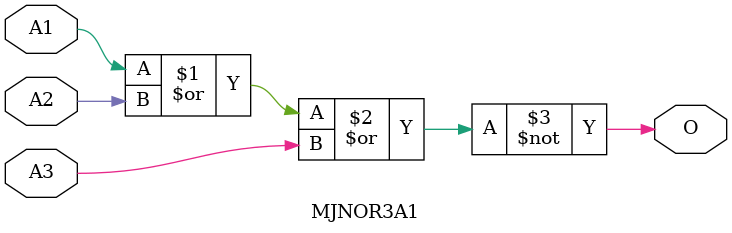
<source format=v>
module MJNOR3A1(A1, A2, A3, O);
input   A1;
input   A2;
input   A3;
output  O;
nor g0(O, A1, A2, A3);
endmodule
</source>
